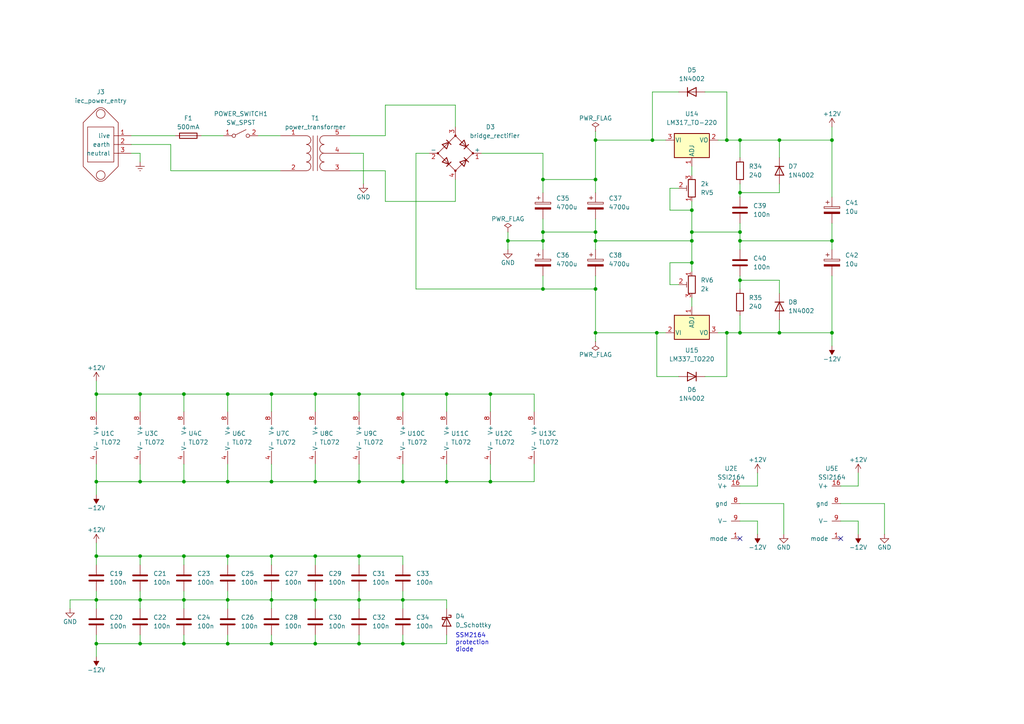
<source format=kicad_sch>
(kicad_sch (version 20211123) (generator eeschema)
  (paper "A4")
  (title_block (title "A.P. Joystick VCF pedal") (date "2022-01-14") (rev "0") (comment 2 "creativecommons.org/licenses/by/4.0") (comment 3 "License: CC by 4.0") (comment 4 "Author: Jordan Aceto"))
  (lib_symbols
    (symbol "Amplifier_Operational:TL072" (pin_names (offset 0.127))
      (property "Reference" "U" (at 0 5.08 0))
      (property "Value" "TL072" (at 0 -5.08 0))
      (symbol "TL072_1_1"
        (polyline (pts (xy -5.08 5.08) (xy 5.08 0) (xy -5.08 -5.08) (xy -5.08 5.08)) (stroke (width 0.254)) (fill (type background)))
        (pin output line (at 7.62 0 180) (length 2.54) (name "~") (number "1"))
        (pin input line (at -7.62 -2.54 0) (length 2.54) (name "-") (number "2"))
        (pin input line (at -7.62 2.54 0) (length 2.54) (name "+") (number "3"))
      )
      (symbol "TL072_2_1"
        (polyline (pts (xy -5.08 5.08) (xy 5.08 0) (xy -5.08 -5.08) (xy -5.08 5.08)) (stroke (width 0.254)) (fill (type background)))
        (pin input line (at -7.62 2.54 0) (length 2.54) (name "+") (number "5"))
        (pin input line (at -7.62 -2.54 0) (length 2.54) (name "-") (number "6"))
        (pin output line (at 7.62 0 180) (length 2.54) (name "~") (number "7"))
      )
      (symbol "TL072_3_1"
        (pin power_in line (at -2.54 -7.62 90) (length 3.81) (name "V-") (number "4"))
        (pin power_in line (at -2.54 7.62 270) (length 3.81) (name "V+") (number "8"))
      )
    )
    (symbol "Device:C" (pin_numbers hide) (pin_names (offset 0.254))
      (property "Reference" "C" (at 0.635 2.54 0))
      (property "Value" "C" (at 0.635 -2.54 0))
      (symbol "C_0_1"
        (polyline (pts (xy -2.032 -0.762) (xy 2.032 -0.762)) (stroke (width 0.508)))
        (polyline (pts (xy -2.032 0.762) (xy 2.032 0.762)) (stroke (width 0.508)))
      )
      (symbol "C_1_1"
        (pin passive line (at 0 3.81 270) (length 2.794) (name "~") (number "1"))
        (pin passive line (at 0 -3.81 90) (length 2.794) (name "~") (number "2"))
      )
    )
    (symbol "Device:C_Polarized" (pin_numbers hide) (pin_names (offset 0.254))
      (property "Reference" "C" (at 0.635 2.54 0))
      (property "Value" "C_Polarized" (at 0.635 -2.54 0))
      (symbol "C_Polarized_0_1"
        (rectangle (start -2.286 0.508) (end 2.286 1.016))
        (polyline (pts (xy -1.778 2.286) (xy -0.762 2.286)))
        (polyline (pts (xy -1.27 2.794) (xy -1.27 1.778)))
        (rectangle (start 2.286 -0.508) (end -2.286 -1.016) (fill (type outline)))
      )
      (symbol "C_Polarized_1_1"
        (pin passive line (at 0 3.81 270) (length 2.794) (name "~") (number "1"))
        (pin passive line (at 0 -3.81 90) (length 2.794) (name "~") (number "2"))
      )
    )
    (symbol "Device:D_Bridge_+-AA" (pin_names (offset 0))
      (property "Reference" "D" (at 2.54 6.985 0))
      (property "Value" "D_Bridge_+-AA" (at 2.54 5.08 0))
      (symbol "D_Bridge_+-AA_0_1"
        (circle (center -5.08 0) (radius 0.254) (fill (type outline)))
        (circle (center 0 -5.08) (radius 0.254) (fill (type outline)))
        (polyline (pts (xy -2.54 3.81) (xy -1.27 2.54)) (stroke (width 0.254)))
        (polyline (pts (xy -1.27 -2.54) (xy -2.54 -3.81)) (stroke (width 0.254)))
        (polyline (pts (xy 2.54 -1.27) (xy 3.81 -2.54)) (stroke (width 0.254)))
        (polyline (pts (xy 2.54 1.27) (xy 3.81 2.54)) (stroke (width 0.254)))
        (polyline (pts (xy -3.81 2.54) (xy -2.54 1.27) (xy -1.905 3.175) (xy -3.81 2.54)) (stroke (width 0.254)))
        (polyline (pts (xy -2.54 -1.27) (xy -3.81 -2.54) (xy -1.905 -3.175) (xy -2.54 -1.27)) (stroke (width 0.254)))
        (polyline (pts (xy 1.27 2.54) (xy 2.54 3.81) (xy 3.175 1.905) (xy 1.27 2.54)) (stroke (width 0.254)))
        (polyline (pts (xy 3.175 -1.905) (xy 1.27 -2.54) (xy 2.54 -3.81) (xy 3.175 -1.905)) (stroke (width 0.254)))
        (polyline (pts (xy -5.08 0) (xy 0 -5.08) (xy 5.08 0) (xy 0 5.08) (xy -5.08 0)))
        (circle (center 0 5.08) (radius 0.254) (fill (type outline)))
        (circle (center 5.08 0) (radius 0.254) (fill (type outline)))
      )
      (symbol "D_Bridge_+-AA_1_1"
        (pin passive line (at 7.62 0 180) (length 2.54) (name "+") (number "1"))
        (pin passive line (at -7.62 0 0) (length 2.54) (name "-") (number "2"))
        (pin passive line (at 0 7.62 270) (length 2.54) (name "~") (number "3"))
        (pin passive line (at 0 -7.62 90) (length 2.54) (name "~") (number "4"))
      )
    )
    (symbol "Device:D_Schottky" (pin_numbers hide) (pin_names (offset 1.016) hide)
      (property "Reference" "D" (at 0 2.54 0))
      (property "Value" "D_Schottky" (at 0 -2.54 0))
      (symbol "D_Schottky_0_1"
        (polyline (pts (xy 1.27 0) (xy -1.27 0)))
        (polyline (pts (xy 1.27 1.27) (xy 1.27 -1.27) (xy -1.27 0) (xy 1.27 1.27)) (stroke (width 0.254)))
        (polyline (pts (xy -1.905 0.635) (xy -1.905 1.27) (xy -1.27 1.27) (xy -1.27 -1.27) (xy -0.635 -1.27) (xy -0.635 -0.635)) (stroke (width 0.254)))
      )
      (symbol "D_Schottky_1_1"
        (pin passive line (at -3.81 0 0) (length 2.54) (name "K") (number "1"))
        (pin passive line (at 3.81 0 180) (length 2.54) (name "A") (number "2"))
      )
    )
    (symbol "Device:Fuse" (pin_numbers hide) (pin_names (offset 0))
      (property "Reference" "F" (at 2.032 0 90))
      (property "Value" "Fuse" (at -1.905 0 90))
      (symbol "Fuse_0_1"
        (rectangle (start -0.762 -2.54) (end 0.762 2.54) (stroke (width 0.254)))
        (polyline (pts (xy 0 2.54) (xy 0 -2.54)))
      )
      (symbol "Fuse_1_1"
        (pin passive line (at 0 3.81 270) (length 1.27) (name "~") (number "1"))
        (pin passive line (at 0 -3.81 90) (length 1.27) (name "~") (number "2"))
      )
    )
    (symbol "Device:R" (pin_numbers hide) (pin_names (offset 0))
      (property "Reference" "R" (at 2.032 0 90))
      (property "Value" "R" (at 0 0 90))
      (symbol "R_0_1"
        (rectangle (start -1.016 -2.54) (end 1.016 2.54) (stroke (width 0.254)))
      )
      (symbol "R_1_1"
        (pin passive line (at 0 3.81 270) (length 1.27) (name "~") (number "1"))
        (pin passive line (at 0 -3.81 90) (length 1.27) (name "~") (number "2"))
      )
    )
    (symbol "Device:R_Potentiometer_Trim" (pin_names (offset 1.016) hide)
      (property "Reference" "RV" (at -4.445 0 90))
      (property "Value" "R_Potentiometer_Trim" (at -2.54 0 90))
      (symbol "R_Potentiometer_Trim_0_1"
        (polyline (pts (xy 1.524 0.762) (xy 1.524 -0.762)))
        (polyline (pts (xy 2.54 0) (xy 1.524 0)))
        (rectangle (start 1.016 2.54) (end -1.016 -2.54) (stroke (width 0.254)))
      )
      (symbol "R_Potentiometer_Trim_1_1"
        (pin passive line (at 0 3.81 270) (length 1.27) (name "1") (number "1"))
        (pin passive line (at 3.81 0 180) (length 1.27) (name "2") (number "2"))
        (pin passive line (at 0 -3.81 90) (length 1.27) (name "3") (number "3"))
      )
    )
    (symbol "Device:Transformer_1P_SS" (pin_names (offset 1.016) hide)
      (property "Reference" "T" (at 0 6.35 0))
      (property "Value" "Transformer_1P_SS" (at 0 -7.62 0))
      (symbol "Transformer_1P_SS_0_1"
        (arc (start -2.54 -5.0546) (mid -1.6561 -4.6863) (end -1.27 -3.81))
        (arc (start -2.54 -2.5146) (mid -1.6561 -2.1463) (end -1.27 -1.27))
        (arc (start -2.54 0.0254) (mid -1.6561 0.3937) (end -1.27 1.27))
        (arc (start -2.54 2.5654) (mid -1.6561 2.9337) (end -1.27 3.81))
        (arc (start -1.27 -3.81) (mid -1.642 -2.912) (end -2.54 -2.54))
        (arc (start -1.27 -1.27) (mid -1.642 -0.372) (end -2.54 0))
        (arc (start -1.27 1.27) (mid -1.642 2.168) (end -2.54 2.54))
        (arc (start -1.27 3.81) (mid -1.642 4.708) (end -2.54 5.08))
        (polyline (pts (xy -0.635 5.08) (xy -0.635 -5.08)))
        (polyline (pts (xy 0.635 -5.08) (xy 0.635 5.08)))
        (arc (start 1.2954 -1.27) (mid 1.6599 -2.1501) (end 2.54 -2.5146))
        (arc (start 1.2954 1.27) (mid 1.6599 0.3899) (end 2.54 0.0254))
        (arc (start 1.2954 3.81) (mid 1.6599 2.9299) (end 2.54 2.5654))
        (arc (start 1.3208 -3.81) (mid 1.6853 -4.6901) (end 2.5654 -5.0546))
        (arc (start 2.54 0) (mid 1.6456 -0.3683) (end 1.2954 -1.27))
        (arc (start 2.54 2.54) (mid 1.6456 2.1717) (end 1.2954 1.27))
        (arc (start 2.54 5.08) (mid 1.6456 4.7117) (end 1.2954 3.81))
        (arc (start 2.5654 -2.54) (mid 1.671 -2.9083) (end 1.3208 -3.81))
      )
      (symbol "Transformer_1P_SS_1_1"
        (pin passive line (at -10.16 5.08 0) (length 7.62) (name "AA") (number "1"))
        (pin passive line (at -10.16 -5.08 0) (length 7.62) (name "AB") (number "2"))
        (pin passive line (at 10.16 -5.08 180) (length 7.62) (name "SA") (number "3"))
        (pin passive line (at 10.16 0 180) (length 7.62) (name "SC") (number "4"))
        (pin passive line (at 10.16 5.08 180) (length 7.62) (name "SB") (number "5"))
      )
    )
    (symbol "Diode:1N4002" (pin_numbers hide) (pin_names (offset 1.016) hide)
      (property "Reference" "D" (at 0 2.54 0))
      (property "Value" "1N4002" (at 0 -2.54 0))
      (symbol "1N4002_0_1"
        (polyline (pts (xy -1.27 1.27) (xy -1.27 -1.27)) (stroke (width 0.254)))
        (polyline (pts (xy 1.27 0) (xy -1.27 0)))
        (polyline (pts (xy 1.27 1.27) (xy 1.27 -1.27) (xy -1.27 0) (xy 1.27 1.27)) (stroke (width 0.254)))
      )
      (symbol "1N4002_1_1"
        (pin passive line (at -3.81 0 0) (length 2.54) (name "K") (number "1"))
        (pin passive line (at 3.81 0 180) (length 2.54) (name "A") (number "2"))
      )
    )
    (symbol "Regulator_Linear:LM317_TO-220" (pin_names (offset 0.254))
      (property "Reference" "U" (at -3.81 3.175 0))
      (property "Value" "LM317_TO-220" (at 0 3.175 0))
      (symbol "LM317_TO-220_0_1"
        (rectangle (start -5.08 1.905) (end 5.08 -5.08) (stroke (width 0.254)) (fill (type background)))
      )
      (symbol "LM317_TO-220_1_1"
        (pin input line (at 0 -7.62 90) (length 2.54) (name "ADJ") (number "1"))
        (pin power_out line (at 7.62 0 180) (length 2.54) (name "VO") (number "2"))
        (pin power_in line (at -7.62 0 0) (length 2.54) (name "VI") (number "3"))
      )
    )
    (symbol "Regulator_Linear:LM337_TO220" (pin_names (offset 0.254))
      (property "Reference" "U" (at -3.81 -3.175 0))
      (property "Value" "LM337_TO220" (at 0 -3.175 0))
      (symbol "LM337_TO220_0_1"
        (rectangle (start -5.08 5.08) (end 5.08 -1.905) (stroke (width 0.254)) (fill (type background)))
      )
      (symbol "LM337_TO220_1_1"
        (pin input line (at 0 7.62 270) (length 2.54) (name "ADJ") (number "1"))
        (pin power_in line (at -7.62 0 0) (length 2.54) (name "VI") (number "2"))
        (pin power_out line (at 7.62 0 180) (length 2.54) (name "VO") (number "3"))
      )
    )
    (symbol "Switch:SW_SPST" (pin_names (offset 0) hide)
      (property "Reference" "SW" (at 0 3.175 0))
      (property "Value" "SW_SPST" (at 0 -2.54 0))
      (symbol "SW_SPST_0_0"
        (circle (center -2.032 0) (radius 0.508))
        (polyline (pts (xy -1.524 0.254) (xy 1.524 1.778)))
        (circle (center 2.032 0) (radius 0.508))
      )
      (symbol "SW_SPST_1_1"
        (pin passive line (at -5.08 0 0) (length 2.54) (name "A") (number "1"))
        (pin passive line (at 5.08 0 180) (length 2.54) (name "B") (number "2"))
      )
    )
    (symbol "custom_symbols:SSI2164" (pin_names (offset 1.016))
      (property "Reference" "U" (at 0 -12.7 0))
      (property "Value" "SSI2164" (at 0 7.62 0))
      (symbol "SSI2164_1_1"
        (rectangle (start -5.08 5.08) (end 5.08 -5.08) (fill (type background)))
        (polyline (pts (xy 5.08 5.08) (xy -5.08 -5.08)))
        (polyline (pts (xy 5.08 5.08) (xy 10.16 0) (xy 5.08 -5.08) (xy -5.08 5.08)) (fill (type background)))
        (pin input line (at -7.62 0 0) (length 2.54) (name "~") (number "2"))
        (pin input line (at 0 -7.62 90) (length 2.54) (name "~") (number "3"))
        (pin output line (at 12.7 0 180) (length 2.54) (name "~") (number "4"))
      )
      (symbol "SSI2164_2_1"
        (rectangle (start -5.08 5.08) (end 5.08 -5.08) (fill (type background)))
        (polyline (pts (xy 5.08 5.08) (xy -5.08 -5.08)))
        (polyline (pts (xy 5.08 5.08) (xy 10.16 0) (xy 5.08 -5.08) (xy -5.08 5.08)) (fill (type background)))
        (pin output line (at 12.7 0 180) (length 2.54) (name "~") (number "5"))
        (pin input line (at 0 -7.62 90) (length 2.54) (name "~") (number "6"))
        (pin input line (at -7.62 0 0) (length 2.54) (name "~") (number "7"))
      )
      (symbol "SSI2164_3_1"
        (rectangle (start -5.08 5.08) (end 5.08 -5.08) (fill (type background)))
        (polyline (pts (xy 5.08 5.08) (xy -5.08 -5.08)))
        (polyline (pts (xy 5.08 5.08) (xy 10.16 0) (xy 5.08 -5.08) (xy -5.08 5.08)) (fill (type background)))
        (pin input line (at -7.62 0 0) (length 2.54) (name "~") (number "10"))
        (pin input line (at 0 -7.62 90) (length 2.54) (name "~") (number "11"))
        (pin output line (at 12.7 0 180) (length 2.54) (name "~") (number "12"))
      )
      (symbol "SSI2164_4_1"
        (rectangle (start -5.08 5.08) (end 5.08 -5.08) (fill (type background)))
        (polyline (pts (xy 5.08 5.08) (xy -5.08 -5.08)))
        (polyline (pts (xy 5.08 5.08) (xy 10.16 0) (xy 5.08 -5.08) (xy -5.08 5.08)) (fill (type background)))
        (pin output line (at 12.7 0 180) (length 2.54) (name "~") (number "13"))
        (pin input line (at 0 -7.62 90) (length 2.54) (name "~") (number "14"))
        (pin input line (at -7.62 0 0) (length 2.54) (name "~") (number "15"))
      )
      (symbol "SSI2164_5_1"
        (pin input line (at 2.54 -10.16 180) (length 2.54) (name "mode") (number "1"))
        (pin power_in line (at 2.54 5.08 180) (length 2.54) (name "V+") (number "16"))
        (pin power_in line (at 2.54 0 180) (length 2.54) (name "gnd") (number "8"))
        (pin power_in line (at 2.54 -5.08 180) (length 2.54) (name "V-") (number "9"))
      )
    )
    (symbol "custom_symbols:iec_power_entry" (pin_names (offset 1.016))
      (property "Reference" "J" (at 0 7.62 0))
      (property "Value" "iec_power_entry" (at 0 6.35 0))
      (symbol "iec_power_entry_0_1"
        (arc (start -10.16 1.27) (mid -10.6861 0) (end -10.16 -1.27))
        (circle (center -8.89 0) (radius 1.27))
        (polyline (pts (xy -6.35 -5.08) (xy -10.16 -1.27)))
        (polyline (pts (xy -6.35 5.08) (xy -10.16 1.27)))
        (polyline (pts (xy -6.35 -5.08) (xy 6.35 -5.08) (xy 10.16 -1.27)))
        (polyline (pts (xy -6.35 5.08) (xy 6.35 5.08) (xy 10.16 1.27)))
        (rectangle (start 5.08 3.81) (end -5.08 -3.81))
        (circle (center 8.89 0) (radius 1.27))
        (arc (start 10.16 -1.27) (mid 10.6861 0) (end 10.16 1.27))
      )
      (symbol "iec_power_entry_1_1"
        (pin power_out line (at -2.54 -8.89 90) (length 5.08) (name "live") (number "1"))
        (pin power_out line (at 0 -8.89 90) (length 5.08) (name "earth") (number "2"))
        (pin power_out line (at 2.54 -8.89 90) (length 5.08) (name "neutral") (number "3"))
      )
    )
    (symbol "power:+12V" (power) (pin_names (offset 0))
      (property "Value" "+12V" (at 0 3.556 0))
      (symbol "+12V_0_1"
        (polyline (pts (xy -0.762 1.27) (xy 0 2.54)))
        (polyline (pts (xy 0 0) (xy 0 2.54)))
        (polyline (pts (xy 0 2.54) (xy 0.762 1.27)))
      )
      (symbol "+12V_1_1"
        (pin power_in line (at 0 0 90) (length 0) hide (name "+12V") (number "1"))
      )
    )
    (symbol "power:-12V" (power) (pin_names (offset 0))
      (property "Value" "-12V" (at 0 3.81 0))
      (symbol "-12V_0_0"
        (pin power_in line (at 0 0 90) (length 0) hide (name "-12V") (number "1"))
      )
      (symbol "-12V_0_1"
        (polyline (pts (xy 0 0) (xy 0 1.27) (xy 0.762 1.27) (xy 0 2.54) (xy -0.762 1.27) (xy 0 1.27)) (fill (type outline)))
      )
    )
    (symbol "power:Earth" (power) (pin_names (offset 0))
      (symbol "Earth_0_1"
        (polyline (pts (xy -0.635 -1.905) (xy 0.635 -1.905)))
        (polyline (pts (xy -0.127 -2.54) (xy 0.127 -2.54)))
        (polyline (pts (xy 0 -1.27) (xy 0 0)))
        (polyline (pts (xy 1.27 -1.27) (xy -1.27 -1.27)))
      )
      (symbol "Earth_1_1"
        (pin power_in line (at 0 0 270) (length 0) hide (name "Earth") (number "1"))
      )
    )
    (symbol "power:GND" (power) (pin_names (offset 0))
      (property "Value" "GND" (at 0 -3.81 0))
      (symbol "GND_0_1"
        (polyline (pts (xy 0 0) (xy 0 -1.27) (xy 1.27 -1.27) (xy 0 -2.54) (xy -1.27 -1.27) (xy 0 -1.27)))
      )
      (symbol "GND_1_1"
        (pin power_in line (at 0 0 270) (length 0) hide (name "GND") (number "1"))
      )
    )
    (symbol "power:PWR_FLAG" (power) (pin_numbers hide) (pin_names (offset 0) hide)
      (property "Value" "PWR_FLAG" (at 0 3.81 0))
      (symbol "PWR_FLAG_0_0"
        (pin power_out line (at 0 0 90) (length 0) (name "pwr") (number "1"))
      )
      (symbol "PWR_FLAG_0_1"
        (polyline (pts (xy 0 0) (xy 0 1.27) (xy -1.016 1.905) (xy 0 2.54) (xy 1.016 1.905) (xy 0 1.27)))
      )
    )
  )
  (junction (at 27.94 139.7))
  (junction (at 104.14 173.99))
  (junction (at 53.34 114.3))
  (junction (at 27.94 161.29))
  (junction (at 27.94 186.69))
  (junction (at 104.14 186.69))
  (junction (at 172.72 67.31))
  (junction (at 214.63 81.28))
  (junction (at 214.63 40.64))
  (junction (at 157.48 69.85))
  (junction (at 78.74 139.7))
  (junction (at 210.82 96.52))
  (junction (at 91.44 139.7))
  (junction (at 226.06 96.52))
  (junction (at 142.24 139.7))
  (junction (at 40.64 114.3))
  (junction (at 53.34 173.99))
  (junction (at 129.54 139.7))
  (junction (at 116.84 114.3))
  (junction (at 200.66 76.2))
  (junction (at 66.04 114.3))
  (junction (at 116.84 186.69))
  (junction (at 91.44 114.3))
  (junction (at 200.66 69.85))
  (junction (at 91.44 186.69))
  (junction (at 172.72 69.85))
  (junction (at 214.63 55.88))
  (junction (at 157.48 83.82))
  (junction (at 157.48 52.07))
  (junction (at 78.74 114.3))
  (junction (at 27.94 114.3))
  (junction (at 78.74 173.99))
  (junction (at 172.72 40.64))
  (junction (at 116.84 139.7))
  (junction (at 91.44 173.99))
  (junction (at 40.64 161.29))
  (junction (at 91.44 161.29))
  (junction (at 172.72 96.52))
  (junction (at 200.66 67.31))
  (junction (at 78.74 161.29))
  (junction (at 116.84 173.99))
  (junction (at 189.23 40.64))
  (junction (at 200.66 60.96))
  (junction (at 241.3 40.64))
  (junction (at 66.04 173.99))
  (junction (at 104.14 161.29))
  (junction (at 66.04 186.69))
  (junction (at 53.34 186.69))
  (junction (at 147.32 69.85))
  (junction (at 226.06 40.64))
  (junction (at 241.3 96.52))
  (junction (at 104.14 114.3))
  (junction (at 210.82 40.64))
  (junction (at 129.54 114.3))
  (junction (at 172.72 52.07))
  (junction (at 157.48 67.31))
  (junction (at 214.63 96.52))
  (junction (at 241.3 69.85))
  (junction (at 104.14 139.7))
  (junction (at 40.64 173.99))
  (junction (at 27.94 173.99))
  (junction (at 53.34 139.7))
  (junction (at 53.34 161.29))
  (junction (at 66.04 161.29))
  (junction (at 172.72 83.82))
  (junction (at 214.63 69.85))
  (junction (at 214.63 67.31))
  (junction (at 190.5 96.52))
  (junction (at 66.04 139.7))
  (junction (at 40.64 186.69))
  (junction (at 78.74 186.69))
  (junction (at 142.24 114.3))
  (junction (at 40.64 139.7))
  (no_connect (at 214.63 156.21))
  (no_connect (at 243.84 156.21))
  (wire (pts (xy 172.72 99.06) (xy 172.72 96.52)))
  (wire (pts (xy 40.64 173.99) (xy 27.94 173.99)))
  (wire (pts (xy 226.06 92.71) (xy 226.06 96.52)))
  (wire (pts (xy 104.14 114.3) (xy 91.44 114.3)))
  (wire (pts (xy 111.76 30.48) (xy 111.76 39.37)))
  (wire (pts (xy 194.31 60.96) (xy 200.66 60.96)))
  (wire (pts (xy 196.85 109.22) (xy 190.5 109.22)))
  (wire (pts (xy 66.04 186.69) (xy 66.04 184.15)))
  (wire (pts (xy 129.54 139.7) (xy 129.54 134.62)))
  (wire (pts (xy 157.48 67.31) (xy 172.72 67.31)))
  (wire (pts (xy 78.74 161.29) (xy 66.04 161.29)))
  (wire (pts (xy 256.54 146.05) (xy 256.54 154.94)))
  (wire (pts (xy 40.64 173.99) (xy 40.64 176.53)))
  (wire (pts (xy 91.44 161.29) (xy 78.74 161.29)))
  (wire (pts (xy 111.76 58.42) (xy 132.08 58.42)))
  (wire (pts (xy 214.63 40.64) (xy 214.63 45.72)))
  (wire (pts (xy 104.14 173.99) (xy 91.44 173.99)))
  (wire (pts (xy 190.5 96.52) (xy 193.04 96.52)))
  (wire (pts (xy 172.72 67.31) (xy 172.72 69.85)))
  (wire (pts (xy 53.34 139.7) (xy 53.34 134.62)))
  (wire (pts (xy 226.06 55.88) (xy 226.06 53.34)))
  (wire (pts (xy 104.14 114.3) (xy 104.14 119.38)))
  (wire (pts (xy 172.72 38.1) (xy 172.72 40.64)))
  (wire (pts (xy 78.74 139.7) (xy 66.04 139.7)))
  (wire (pts (xy 129.54 139.7) (xy 142.24 139.7)))
  (wire (pts (xy 132.08 58.42) (xy 132.08 52.07)))
  (wire (pts (xy 27.94 173.99) (xy 27.94 176.53)))
  (wire (pts (xy 27.94 134.62) (xy 27.94 139.7)))
  (wire (pts (xy 27.94 139.7) (xy 27.94 143.51)))
  (wire (pts (xy 27.94 186.69) (xy 27.94 190.5)))
  (wire (pts (xy 78.74 114.3) (xy 66.04 114.3)))
  (wire (pts (xy 78.74 173.99) (xy 66.04 173.99)))
  (wire (pts (xy 157.48 83.82) (xy 172.72 83.82)))
  (wire (pts (xy 172.72 40.64) (xy 189.23 40.64)))
  (wire (pts (xy 53.34 186.69) (xy 53.34 184.15)))
  (wire (pts (xy 66.04 173.99) (xy 66.04 176.53)))
  (wire (pts (xy 157.48 52.07) (xy 172.72 52.07)))
  (wire (pts (xy 214.63 53.34) (xy 214.63 55.88)))
  (wire (pts (xy 157.48 52.07) (xy 157.48 55.88)))
  (wire (pts (xy 189.23 26.67) (xy 196.85 26.67)))
  (wire (pts (xy 129.54 186.69) (xy 116.84 186.69)))
  (wire (pts (xy 200.66 67.31) (xy 200.66 69.85)))
  (wire (pts (xy 78.74 171.45) (xy 78.74 173.99)))
  (wire (pts (xy 58.42 39.37) (xy 64.77 39.37)))
  (wire (pts (xy 40.64 46.99) (xy 40.64 44.45)))
  (wire (pts (xy 27.94 184.15) (xy 27.94 186.69)))
  (wire (pts (xy 214.63 81.28) (xy 226.06 81.28)))
  (wire (pts (xy 210.82 26.67) (xy 204.47 26.67)))
  (wire (pts (xy 172.72 52.07) (xy 172.72 40.64)))
  (wire (pts (xy 40.64 114.3) (xy 27.94 114.3)))
  (wire (pts (xy 116.84 119.38) (xy 116.84 114.3)))
  (wire (pts (xy 20.32 173.99) (xy 27.94 173.99)))
  (wire (pts (xy 40.64 161.29) (xy 27.94 161.29)))
  (wire (pts (xy 214.63 80.01) (xy 214.63 81.28)))
  (wire (pts (xy 91.44 114.3) (xy 78.74 114.3)))
  (wire (pts (xy 104.14 139.7) (xy 104.14 134.62)))
  (wire (pts (xy 78.74 186.69) (xy 91.44 186.69)))
  (wire (pts (xy 104.14 161.29) (xy 91.44 161.29)))
  (wire (pts (xy 40.64 139.7) (xy 27.94 139.7)))
  (wire (pts (xy 111.76 39.37) (xy 101.6 39.37)))
  (wire (pts (xy 66.04 114.3) (xy 66.04 119.38)))
  (wire (pts (xy 53.34 161.29) (xy 53.34 163.83)))
  (wire (pts (xy 189.23 40.64) (xy 189.23 26.67)))
  (wire (pts (xy 27.94 110.49) (xy 27.94 114.3)))
  (wire (pts (xy 129.54 114.3) (xy 142.24 114.3)))
  (wire (pts (xy 49.53 41.91) (xy 38.1 41.91)))
  (wire (pts (xy 91.44 186.69) (xy 91.44 184.15)))
  (wire (pts (xy 142.24 139.7) (xy 154.94 139.7)))
  (wire (pts (xy 91.44 173.99) (xy 91.44 176.53)))
  (wire (pts (xy 91.44 139.7) (xy 91.44 134.62)))
  (wire (pts (xy 104.14 139.7) (xy 116.84 139.7)))
  (wire (pts (xy 66.04 186.69) (xy 78.74 186.69)))
  (wire (pts (xy 78.74 186.69) (xy 78.74 184.15)))
  (wire (pts (xy 27.94 186.69) (xy 40.64 186.69)))
  (wire (pts (xy 243.84 151.13) (xy 248.92 151.13)))
  (wire (pts (xy 172.72 83.82) (xy 172.72 80.01)))
  (wire (pts (xy 214.63 64.77) (xy 214.63 67.31)))
  (wire (pts (xy 91.44 173.99) (xy 78.74 173.99)))
  (wire (pts (xy 104.14 186.69) (xy 116.84 186.69)))
  (wire (pts (xy 214.63 96.52) (xy 214.63 91.44)))
  (wire (pts (xy 78.74 139.7) (xy 91.44 139.7)))
  (wire (pts (xy 104.14 186.69) (xy 104.14 184.15)))
  (wire (pts (xy 256.54 146.05) (xy 243.84 146.05)))
  (wire (pts (xy 40.64 139.7) (xy 40.64 134.62)))
  (wire (pts (xy 66.04 134.62) (xy 66.04 139.7)))
  (wire (pts (xy 116.84 139.7) (xy 116.84 134.62)))
  (wire (pts (xy 172.72 96.52) (xy 190.5 96.52)))
  (wire (pts (xy 53.34 186.69) (xy 66.04 186.69)))
  (wire (pts (xy 78.74 114.3) (xy 78.74 119.38)))
  (wire (pts (xy 53.34 114.3) (xy 53.34 119.38)))
  (wire (pts (xy 200.66 58.42) (xy 200.66 60.96)))
  (wire (pts (xy 40.64 171.45) (xy 40.64 173.99)))
  (wire (pts (xy 81.28 49.53) (xy 49.53 49.53)))
  (wire (pts (xy 226.06 81.28) (xy 226.06 85.09)))
  (wire (pts (xy 214.63 55.88) (xy 214.63 57.15)))
  (wire (pts (xy 66.04 173.99) (xy 53.34 173.99)))
  (wire (pts (xy 53.34 114.3) (xy 40.64 114.3)))
  (wire (pts (xy 200.66 67.31) (xy 214.63 67.31)))
  (wire (pts (xy 116.84 171.45) (xy 116.84 173.99)))
  (wire (pts (xy 91.44 139.7) (xy 104.14 139.7)))
  (wire (pts (xy 120.65 44.45) (xy 124.46 44.45)))
  (wire (pts (xy 53.34 173.99) (xy 40.64 173.99)))
  (wire (pts (xy 214.63 140.97) (xy 219.71 140.97)))
  (wire (pts (xy 241.3 57.15) (xy 241.3 40.64)))
  (wire (pts (xy 226.06 96.52) (xy 241.3 96.52)))
  (wire (pts (xy 214.63 96.52) (xy 226.06 96.52)))
  (wire (pts (xy 91.44 171.45) (xy 91.44 173.99)))
  (wire (pts (xy 190.5 109.22) (xy 190.5 96.52)))
  (wire (pts (xy 91.44 186.69) (xy 104.14 186.69)))
  (wire (pts (xy 105.41 53.34) (xy 105.41 44.45)))
  (wire (pts (xy 214.63 55.88) (xy 226.06 55.88)))
  (wire (pts (xy 129.54 184.15) (xy 129.54 186.69)))
  (wire (pts (xy 116.84 161.29) (xy 104.14 161.29)))
  (wire (pts (xy 27.94 161.29) (xy 27.94 163.83)))
  (wire (pts (xy 111.76 49.53) (xy 111.76 58.42)))
  (wire (pts (xy 40.64 161.29) (xy 40.64 163.83)))
  (wire (pts (xy 208.28 96.52) (xy 210.82 96.52)))
  (wire (pts (xy 147.32 69.85) (xy 157.48 69.85)))
  (wire (pts (xy 53.34 161.29) (xy 40.64 161.29)))
  (wire (pts (xy 172.72 69.85) (xy 172.72 72.39)))
  (wire (pts (xy 194.31 76.2) (xy 200.66 76.2)))
  (wire (pts (xy 66.04 171.45) (xy 66.04 173.99)))
  (wire (pts (xy 241.3 96.52) (xy 241.3 80.01)))
  (wire (pts (xy 116.84 114.3) (xy 129.54 114.3)))
  (wire (pts (xy 172.72 55.88) (xy 172.72 52.07)))
  (wire (pts (xy 142.24 114.3) (xy 142.24 119.38)))
  (wire (pts (xy 210.82 96.52) (xy 214.63 96.52)))
  (wire (pts (xy 200.66 48.26) (xy 200.66 50.8)))
  (wire (pts (xy 241.3 36.83) (xy 241.3 40.64)))
  (wire (pts (xy 214.63 40.64) (xy 226.06 40.64)))
  (wire (pts (xy 147.32 72.39) (xy 147.32 69.85)))
  (wire (pts (xy 40.64 114.3) (xy 40.64 119.38)))
  (wire (pts (xy 104.14 173.99) (xy 104.14 176.53)))
  (wire (pts (xy 214.63 69.85) (xy 214.63 72.39)))
  (wire (pts (xy 20.32 176.53) (xy 20.32 173.99)))
  (wire (pts (xy 142.24 114.3) (xy 154.94 114.3)))
  (wire (pts (xy 78.74 139.7) (xy 78.74 134.62)))
  (wire (pts (xy 120.65 83.82) (xy 120.65 44.45)))
  (wire (pts (xy 142.24 139.7) (xy 142.24 134.62)))
  (wire (pts (xy 101.6 49.53) (xy 111.76 49.53)))
  (wire (pts (xy 132.08 36.83) (xy 132.08 30.48)))
  (wire (pts (xy 116.84 139.7) (xy 129.54 139.7)))
  (wire (pts (xy 243.84 140.97) (xy 248.92 140.97)))
  (wire (pts (xy 241.3 96.52) (xy 241.3 100.33)))
  (wire (pts (xy 248.92 137.16) (xy 248.92 140.97)))
  (wire (pts (xy 226.06 40.64) (xy 241.3 40.64)))
  (wire (pts (xy 200.66 76.2) (xy 200.66 78.74)))
  (wire (pts (xy 129.54 114.3) (xy 129.54 119.38)))
  (wire (pts (xy 154.94 119.38) (xy 154.94 114.3)))
  (wire (pts (xy 157.48 63.5) (xy 157.48 67.31)))
  (wire (pts (xy 210.82 40.64) (xy 210.82 26.67)))
  (wire (pts (xy 210.82 109.22) (xy 210.82 96.52)))
  (wire (pts (xy 27.94 171.45) (xy 27.94 173.99)))
  (wire (pts (xy 154.94 139.7) (xy 154.94 134.62)))
  (wire (pts (xy 219.71 137.16) (xy 219.71 140.97)))
  (wire (pts (xy 53.34 139.7) (xy 40.64 139.7)))
  (wire (pts (xy 104.14 171.45) (xy 104.14 173.99)))
  (wire (pts (xy 214.63 81.28) (xy 214.63 83.82)))
  (wire (pts (xy 27.94 114.3) (xy 27.94 119.38)))
  (wire (pts (xy 157.48 69.85) (xy 157.48 72.39)))
  (wire (pts (xy 204.47 109.22) (xy 210.82 109.22)))
  (wire (pts (xy 172.72 83.82) (xy 172.72 96.52)))
  (wire (pts (xy 214.63 69.85) (xy 241.3 69.85)))
  (wire (pts (xy 40.64 186.69) (xy 53.34 186.69)))
  (wire (pts (xy 105.41 44.45) (xy 101.6 44.45)))
  (wire (pts (xy 196.85 54.61) (xy 194.31 54.61)))
  (wire (pts (xy 241.3 69.85) (xy 241.3 72.39)))
  (wire (pts (xy 172.72 69.85) (xy 200.66 69.85)))
  (wire (pts (xy 226.06 45.72) (xy 226.06 40.64)))
  (wire (pts (xy 219.71 151.13) (xy 219.71 154.94)))
  (wire (pts (xy 38.1 39.37) (xy 50.8 39.37)))
  (wire (pts (xy 147.32 67.31) (xy 147.32 69.85)))
  (wire (pts (xy 157.48 44.45) (xy 157.48 52.07)))
  (wire (pts (xy 214.63 67.31) (xy 214.63 69.85)))
  (wire (pts (xy 49.53 49.53) (xy 49.53 41.91)))
  (wire (pts (xy 200.66 86.36) (xy 200.66 88.9)))
  (wire (pts (xy 116.84 186.69) (xy 116.84 184.15)))
  (wire (pts (xy 200.66 69.85) (xy 200.66 76.2)))
  (wire (pts (xy 66.04 161.29) (xy 66.04 163.83)))
  (wire (pts (xy 40.64 186.69) (xy 40.64 184.15)))
  (wire (pts (xy 157.48 83.82) (xy 120.65 83.82)))
  (wire (pts (xy 66.04 139.7) (xy 53.34 139.7)))
  (wire (pts (xy 66.04 161.29) (xy 53.34 161.29)))
  (wire (pts (xy 104.14 114.3) (xy 116.84 114.3)))
  (wire (pts (xy 129.54 176.53) (xy 129.54 173.99)))
  (wire (pts (xy 157.48 80.01) (xy 157.48 83.82)))
  (wire (pts (xy 200.66 60.96) (xy 200.66 67.31)))
  (wire (pts (xy 91.44 114.3) (xy 91.44 119.38)))
  (wire (pts (xy 104.14 161.29) (xy 104.14 163.83)))
  (wire (pts (xy 193.04 40.64) (xy 189.23 40.64)))
  (wire (pts (xy 194.31 82.55) (xy 194.31 76.2)))
  (wire (pts (xy 227.33 146.05) (xy 214.63 146.05)))
  (wire (pts (xy 157.48 67.31) (xy 157.48 69.85)))
  (wire (pts (xy 196.85 82.55) (xy 194.31 82.55)))
  (wire (pts (xy 91.44 161.29) (xy 91.44 163.83)))
  (wire (pts (xy 78.74 173.99) (xy 78.74 176.53)))
  (wire (pts (xy 40.64 44.45) (xy 38.1 44.45)))
  (wire (pts (xy 27.94 157.48) (xy 27.94 161.29)))
  (wire (pts (xy 53.34 171.45) (xy 53.34 173.99)))
  (wire (pts (xy 210.82 40.64) (xy 208.28 40.64)))
  (wire (pts (xy 172.72 63.5) (xy 172.72 67.31)))
  (wire (pts (xy 66.04 114.3) (xy 53.34 114.3)))
  (wire (pts (xy 132.08 30.48) (xy 111.76 30.48)))
  (wire (pts (xy 214.63 151.13) (xy 219.71 151.13)))
  (wire (pts (xy 214.63 40.64) (xy 210.82 40.64)))
  (wire (pts (xy 116.84 173.99) (xy 104.14 173.99)))
  (wire (pts (xy 139.7 44.45) (xy 157.48 44.45)))
  (wire (pts (xy 227.33 146.05) (xy 227.33 154.94)))
  (wire (pts (xy 129.54 173.99) (xy 116.84 173.99)))
  (wire (pts (xy 241.3 64.77) (xy 241.3 69.85)))
  (wire (pts (xy 74.93 39.37) (xy 81.28 39.37)))
  (wire (pts (xy 116.84 176.53) (xy 116.84 173.99)))
  (wire (pts (xy 194.31 54.61) (xy 194.31 60.96)))
  (wire (pts (xy 116.84 163.83) (xy 116.84 161.29)))
  (wire (pts (xy 78.74 161.29) (xy 78.74 163.83)))
  (wire (pts (xy 248.92 151.13) (xy 248.92 154.94)))
  (wire (pts (xy 53.34 173.99) (xy 53.34 176.53)))
  (text "SSM2164\nprotection\ndiode" (at 132.08 189.23 0) (effects (font (size 1.27 1.27)) (justify left bottom)))
  (symbol (lib_id "Device:C_Polarized") (at 172.72 76.2 0) (unit 1)
    (property "Reference" "C38" (at 176.53 74.0409 0) (effects (justify left)))
    (property "Value" "4700u" (at 176.53 76.5809 0) (effects (justify left)))
  )
  (symbol (lib_id "Device:C_Polarized") (at 157.48 59.69 0) (unit 1)
    (property "Reference" "C35" (at 161.29 57.5309 0) (effects (justify left)))
    (property "Value" "4700u" (at 161.29 60.0709 0) (effects (justify left)))
  )
  (symbol (lib_id "Device:C_Polarized") (at 157.48 76.2 0) (unit 1)
    (property "Reference" "C36" (at 161.29 74.0409 0) (effects (justify left)))
    (property "Value" "4700u" (at 161.29 76.5809 0) (effects (justify left)))
  )
  (symbol (lib_id "Amplifier_Operational:TL072") (at 93.98 127 0) (unit 3)
    (property "Reference" "U8" (at 92.71 125.7299 0) (effects (justify left)))
    (property "Value" "TL072" (at 92.71 128.2699 0) (effects (justify left)))
    (property "Datasheet" "http://www.ti.com/lit/ds/symlink/tl071.pdf" (effects hide))
  )
  (symbol (lib_id "Amplifier_Operational:TL072") (at 106.68 127 0) (unit 3)
    (property "Reference" "U9" (at 105.41 125.7299 0) (effects (justify left)))
    (property "Value" "TL072" (at 105.41 128.2699 0) (effects (justify left)))
    (property "Datasheet" "http://www.ti.com/lit/ds/symlink/tl071.pdf" (effects hide))
  )
  (symbol (lib_id "Device:C") (at 116.84 180.34 0) (unit 1)
    (property "Reference" "C34" (at 120.65 179.0699 0) (effects (justify left)))
    (property "Value" "100n" (at 120.65 181.6099 0) (effects (justify left)))
  )
  (symbol (lib_id "power:+12V") (at 27.94 110.49 0) (unit 1)
    (property "Reference" "#PWR0102" (effects hide))
    (property "Value" "+12V" (at 27.94 106.68 0))
  )
  (symbol (lib_id "Device:C") (at 53.34 167.64 0) (unit 1)
    (property "Reference" "C23" (at 57.15 166.3699 0) (effects (justify left)))
    (property "Value" "100n" (at 57.15 168.9099 0) (effects (justify left)))
  )
  (symbol (lib_id "Device:C") (at 91.44 180.34 0) (unit 1)
    (property "Reference" "C30" (at 95.25 179.0699 0) (effects (justify left)))
    (property "Value" "100n" (at 95.25 181.6099 0) (effects (justify left)))
  )
  (symbol (lib_id "Amplifier_Operational:TL072") (at 68.58 127 0) (unit 3)
    (property "Reference" "U6" (at 67.31 125.7299 0) (effects (justify left)))
    (property "Value" "TL072" (at 67.31 128.2699 0) (effects (justify left)))
    (property "Datasheet" "http://www.ti.com/lit/ds/symlink/tl071.pdf" (effects hide))
  )
  (symbol (lib_id "Device:C") (at 104.14 167.64 0) (unit 1)
    (property "Reference" "C31" (at 107.95 166.3699 0) (effects (justify left)))
    (property "Value" "100n" (at 107.95 168.9099 0) (effects (justify left)))
  )
  (symbol (lib_id "Device:R") (at 214.63 49.53 0) (unit 1)
    (property "Reference" "R34" (at 217.17 48.2599 0) (effects (justify left)))
    (property "Value" "240" (at 217.17 50.7999 0) (effects (justify left)))
  )
  (symbol (lib_id "Device:C") (at 116.84 167.64 0) (unit 1)
    (property "Reference" "C33" (at 120.65 166.3699 0) (effects (justify left)))
    (property "Value" "100n" (at 120.65 168.9099 0) (effects (justify left)))
  )
  (symbol (lib_id "Device:C") (at 214.63 76.2 0) (unit 1)
    (property "Reference" "C40" (at 218.44 74.9299 0) (effects (justify left)))
    (property "Value" "100n" (at 218.44 77.4699 0) (effects (justify left)))
  )
  (symbol (lib_id "Device:C") (at 40.64 167.64 0) (unit 1)
    (property "Reference" "C21" (at 44.45 166.3699 0) (effects (justify left)))
    (property "Value" "100n" (at 44.45 168.9099 0) (effects (justify left)))
  )
  (symbol (lib_id "Device:C") (at 40.64 180.34 0) (unit 1)
    (property "Reference" "C22" (at 44.45 179.0699 0) (effects (justify left)))
    (property "Value" "100n" (at 44.45 181.6099 0) (effects (justify left)))
  )
  (symbol (lib_id "Amplifier_Operational:TL072") (at 157.48 127 0) (unit 3)
    (property "Reference" "U13" (at 156.21 125.7299 0) (effects (justify left)))
    (property "Value" "TL072" (at 156.21 128.2699 0) (effects (justify left)))
    (property "Datasheet" "http://www.ti.com/lit/ds/symlink/tl071.pdf" (effects hide))
  )
  (symbol (lib_id "power:PWR_FLAG") (at 172.72 38.1 0) (unit 1)
    (property "Reference" "#FLG02" (effects hide))
    (property "Value" "PWR_FLAG" (at 172.72 34.29 0))
  )
  (symbol (lib_id "power:PWR_FLAG") (at 172.72 99.06 180) (unit 1)
    (property "Reference" "#FLG03" (effects hide))
    (property "Value" "PWR_FLAG" (at 172.72 102.87 0))
  )
  (symbol (lib_id "Device:D_Bridge_+-AA") (at 132.08 44.45 0) (unit 1)
    (property "Reference" "D3" (at 142.24 36.83 0))
    (property "Value" "bridge_rectifier" (at 143.51 39.37 0))
  )
  (symbol (lib_id "Device:C_Polarized") (at 172.72 59.69 0) (unit 1)
    (property "Reference" "C37" (at 176.53 57.5309 0) (effects (justify left)))
    (property "Value" "4700u" (at 176.53 60.0709 0) (effects (justify left)))
  )
  (symbol (lib_id "Device:R") (at 214.63 87.63 0) (unit 1)
    (property "Reference" "R35" (at 217.17 86.3599 0) (effects (justify left)))
    (property "Value" "240" (at 217.17 88.8999 0) (effects (justify left)))
  )
  (symbol (lib_id "Device:C") (at 66.04 167.64 0) (unit 1)
    (property "Reference" "C25" (at 69.85 166.3699 0) (effects (justify left)))
    (property "Value" "100n" (at 69.85 168.9099 0) (effects (justify left)))
  )
  (symbol (lib_id "power:GND") (at 20.32 176.53 0) (unit 1)
    (property "Reference" "#PWR028" (effects hide))
    (property "Value" "GND" (at 20.32 180.34 0))
  )
  (symbol (lib_id "Device:C") (at 27.94 180.34 0) (unit 1)
    (property "Reference" "C20" (at 31.75 179.0699 0) (effects (justify left)))
    (property "Value" "100n" (at 31.75 181.6099 0) (effects (justify left)))
  )
  (symbol (lib_id "Switch:SW_SPST") (at 69.85 39.37 0) (unit 1)
    (property "Reference" "POWER_SWITCH1" (at 69.85 33.02 0))
    (property "Value" "SW_SPST" (at 69.85 35.56 0))
  )
  (symbol (lib_id "Device:C") (at 214.63 60.96 0) (unit 1)
    (property "Reference" "C39" (at 218.44 59.6899 0) (effects (justify left)))
    (property "Value" "100n" (at 218.44 62.2299 0) (effects (justify left)))
  )
  (symbol (lib_id "Device:R_Potentiometer_Trim") (at 200.66 54.61 180) (unit 1)
    (property "Reference" "RV5" (at 203.2 55.8801 0) (effects (justify right)))
    (property "Value" "2k" (at 203.2 53.3401 0) (effects (justify right)))
  )
  (symbol (lib_id "Device:C_Polarized") (at 241.3 76.2 0) (unit 1)
    (property "Reference" "C42" (at 245.11 74.0409 0) (effects (justify left)))
    (property "Value" "10u" (at 245.11 76.5809 0) (effects (justify left)))
  )
  (symbol (lib_id "Amplifier_Operational:TL072") (at 144.78 127 0) (unit 3)
    (property "Reference" "U12" (at 143.51 125.7299 0) (effects (justify left)))
    (property "Value" "TL072" (at 143.51 128.2699 0) (effects (justify left)))
    (property "Datasheet" "http://www.ti.com/lit/ds/symlink/tl071.pdf" (effects hide))
  )
  (symbol (lib_id "Diode:1N4002") (at 226.06 49.53 270) (unit 1)
    (property "Reference" "D7" (at 228.6 48.2599 90) (effects (justify left)))
    (property "Value" "1N4002" (at 228.6 50.7999 90) (effects (justify left)))
    (property "Footprint" "Diode_THT:D_DO-41_SOD81_P10.16mm_Horizontal" (effects hide))
    (property "Datasheet" "http://www.vishay.com/docs/88503/1n4001.pdf" (effects hide))
  )
  (symbol (lib_id "Device:C") (at 78.74 180.34 0) (unit 1)
    (property "Reference" "C28" (at 82.55 179.0699 0) (effects (justify left)))
    (property "Value" "100n" (at 82.55 181.6099 0) (effects (justify left)))
  )
  (symbol (lib_id "Device:C") (at 53.34 180.34 0) (unit 1)
    (property "Reference" "C24" (at 57.15 179.0699 0) (effects (justify left)))
    (property "Value" "100n" (at 57.15 181.6099 0) (effects (justify left)))
  )
  (symbol (lib_id "Device:Transformer_1P_SS") (at 91.44 44.45 0) (unit 1)
    (property "Reference" "T1" (at 91.4527 34.29 0))
    (property "Value" "power_transformer" (at 91.4527 36.83 0))
  )
  (symbol (lib_id "power:+12V") (at 27.94 157.48 0) (unit 1)
    (property "Reference" "#PWR030" (effects hide))
    (property "Value" "+12V" (at 27.94 153.67 0))
  )
  (symbol (lib_id "Device:Fuse") (at 54.61 39.37 90) (unit 1)
    (property "Reference" "F1" (at 54.61 34.29 90))
    (property "Value" "500mA" (at 54.61 36.83 90))
  )
  (symbol (lib_id "custom_symbols:iec_power_entry") (at 29.21 41.91 90) (mirror x) (unit 1)
    (property "Reference" "J3" (at 29.21 26.67 90))
    (property "Value" "iec_power_entry" (at 29.21 29.21 90))
  )
  (symbol (lib_id "Device:D_Schottky") (at 129.54 180.34 270) (unit 1)
    (property "Reference" "D4" (at 132.08 178.7524 90) (effects (justify left)))
    (property "Value" "D_Schottky" (at 132.08 181.2924 90) (effects (justify left)))
  )
  (symbol (lib_id "Regulator_Linear:LM317_TO-220") (at 200.66 40.64 0) (unit 1)
    (property "Reference" "U14" (at 200.66 33.02 0))
    (property "Value" "LM317_TO-220" (at 200.66 35.56 0))
    (property "Footprint" "Package_TO_SOT_THT:TO-220-3_Vertical" (effects hide))
    (property "Datasheet" "http://www.ti.com/lit/ds/symlink/lm317.pdf" (effects hide))
  )
  (symbol (lib_id "Device:C") (at 78.74 167.64 0) (unit 1)
    (property "Reference" "C27" (at 82.55 166.3699 0) (effects (justify left)))
    (property "Value" "100n" (at 82.55 168.9099 0) (effects (justify left)))
  )
  (symbol (lib_id "power:-12V") (at 27.94 190.5 180) (unit 1)
    (property "Reference" "#PWR031" (effects hide))
    (property "Value" "-12V" (at 27.94 194.31 0))
  )
  (symbol (lib_id "power:Earth") (at 40.64 46.99 0) (unit 1)
    (property "Reference" "#PWR029" (effects hide))
    (property "Value" "Earth" (effects hide))
  )
  (symbol (lib_id "Amplifier_Operational:TL072") (at 55.88 127 0) (unit 3)
    (property "Reference" "U4" (at 54.61 125.7299 0) (effects (justify left)))
    (property "Value" "TL072" (at 54.61 128.2699 0) (effects (justify left)))
    (property "Datasheet" "http://www.ti.com/lit/ds/symlink/tl071.pdf" (effects hide))
  )
  (symbol (lib_id "power:+12V") (at 241.3 36.83 0) (unit 1)
    (property "Reference" "#PWR034" (effects hide))
    (property "Value" "+12V" (at 241.3 33.02 0))
  )
  (symbol (lib_id "Diode:1N4002") (at 226.06 88.9 270) (unit 1)
    (property "Reference" "D8" (at 228.6 87.6299 90) (effects (justify left)))
    (property "Value" "1N4002" (at 228.6 90.17 90) (effects (justify left)))
    (property "Footprint" "Diode_THT:D_DO-41_SOD81_P10.16mm_Horizontal" (effects hide))
    (property "Datasheet" "http://www.vishay.com/docs/88503/1n4001.pdf" (effects hide))
  )
  (symbol (lib_id "power:GND") (at 256.54 154.94 0) (unit 1)
    (property "Reference" "#PWR0107" (effects hide))
    (property "Value" "GND" (at 256.54 158.75 0))
  )
  (symbol (lib_id "power:-12V") (at 248.92 154.94 180) (unit 1)
    (property "Reference" "#PWR0108" (effects hide))
    (property "Value" "-12V" (at 248.92 158.75 0))
  )
  (symbol (lib_id "Amplifier_Operational:TL072") (at 30.48 127 0) (unit 3)
    (property "Reference" "U1" (at 29.21 125.7299 0) (effects (justify left)))
    (property "Value" "TL072" (at 29.21 128.2699 0) (effects (justify left)))
    (property "Datasheet" "http://www.ti.com/lit/ds/symlink/tl071.pdf" (effects hide))
  )
  (symbol (lib_id "Amplifier_Operational:TL072") (at 132.08 127 0) (unit 3)
    (property "Reference" "U11" (at 130.81 125.7299 0) (effects (justify left)))
    (property "Value" "TL072" (at 130.81 128.2699 0) (effects (justify left)))
    (property "Datasheet" "http://www.ti.com/lit/ds/symlink/tl071.pdf" (effects hide))
  )
  (symbol (lib_id "power:PWR_FLAG") (at 147.32 67.31 0) (unit 1)
    (property "Reference" "#FLG01" (effects hide))
    (property "Value" "PWR_FLAG" (at 147.32 63.5 0))
  )
  (symbol (lib_id "Amplifier_Operational:TL072") (at 81.28 127 0) (unit 3)
    (property "Reference" "U7" (at 80.01 125.7299 0) (effects (justify left)))
    (property "Value" "TL072" (at 80.01 128.2699 0) (effects (justify left)))
    (property "Datasheet" "http://www.ti.com/lit/ds/symlink/tl071.pdf" (effects hide))
  )
  (symbol (lib_id "power:GND") (at 147.32 72.39 0) (unit 1)
    (property "Reference" "#PWR033" (effects hide))
    (property "Value" "GND" (at 147.32 76.2 0))
  )
  (symbol (lib_id "Regulator_Linear:LM337_TO220") (at 200.66 96.52 0) (unit 1)
    (property "Reference" "U15" (at 200.66 101.6 0))
    (property "Value" "LM337_TO220" (at 200.66 104.14 0))
    (property "Footprint" "Package_TO_SOT_THT:TO-220-3_Vertical" (effects hide))
    (property "Datasheet" "http://www.ti.com/lit/ds/symlink/lm337-n.pdf" (effects hide))
  )
  (symbol (lib_id "power:-12V") (at 219.71 154.94 180) (unit 1)
    (property "Reference" "#PWR0104" (effects hide))
    (property "Value" "-12V" (at 219.71 158.75 0))
  )
  (symbol (lib_id "Amplifier_Operational:TL072") (at 43.18 127 0) (unit 3)
    (property "Reference" "U3" (at 41.91 125.7299 0) (effects (justify left)))
    (property "Value" "TL072" (at 41.91 128.2699 0) (effects (justify left)))
    (property "Datasheet" "http://www.ti.com/lit/ds/symlink/tl071.pdf" (effects hide))
  )
  (symbol (lib_id "power:-12V") (at 27.94 143.51 180) (unit 1)
    (property "Reference" "#PWR0101" (effects hide))
    (property "Value" "-12V" (at 27.94 147.32 0))
  )
  (symbol (lib_id "power:-12V") (at 241.3 100.33 180) (unit 1)
    (property "Reference" "#PWR035" (effects hide))
    (property "Value" "-12V" (at 241.3 104.14 0))
  )
  (symbol (lib_id "Amplifier_Operational:TL072") (at 119.38 127 0) (unit 3)
    (property "Reference" "U10" (at 118.11 125.7299 0) (effects (justify left)))
    (property "Value" "TL072" (at 118.11 128.2699 0) (effects (justify left)))
    (property "Datasheet" "http://www.ti.com/lit/ds/symlink/tl071.pdf" (effects hide))
  )
  (symbol (lib_id "Device:C") (at 104.14 180.34 0) (unit 1)
    (property "Reference" "C32" (at 107.95 179.0699 0) (effects (justify left)))
    (property "Value" "100n" (at 107.95 181.6099 0) (effects (justify left)))
  )
  (symbol (lib_id "Device:C_Polarized") (at 241.3 60.96 0) (unit 1)
    (property "Reference" "C41" (at 245.11 58.8009 0) (effects (justify left)))
    (property "Value" "10u" (at 245.11 61.3409 0) (effects (justify left)))
  )
  (symbol (lib_id "Diode:1N4002") (at 200.66 26.67 0) (unit 1)
    (property "Reference" "D5" (at 200.66 20.32 0))
    (property "Value" "1N4002" (at 200.66 22.86 0))
    (property "Footprint" "Diode_THT:D_DO-41_SOD81_P10.16mm_Horizontal" (effects hide))
    (property "Datasheet" "http://www.vishay.com/docs/88503/1n4001.pdf" (effects hide))
  )
  (symbol (lib_id "Device:C") (at 27.94 167.64 0) (unit 1)
    (property "Reference" "C19" (at 31.75 166.3699 0) (effects (justify left)))
    (property "Value" "100n" (at 31.75 168.9099 0) (effects (justify left)))
  )
  (symbol (lib_id "power:GND") (at 227.33 154.94 0) (unit 1)
    (property "Reference" "#PWR0103" (effects hide))
    (property "Value" "GND" (at 227.33 158.75 0))
  )
  (symbol (lib_id "Device:C") (at 91.44 167.64 0) (unit 1)
    (property "Reference" "C29" (at 95.25 166.3699 0) (effects (justify left)))
    (property "Value" "100n" (at 95.25 168.9099 0) (effects (justify left)))
  )
  (symbol (lib_id "custom_symbols:SSI2164") (at 241.3 146.05 0) (unit 5)
    (property "Reference" "U5" (at 241.3 135.89 0))
    (property "Value" "SSI2164" (at 241.3 138.43 0))
    (property "Footprint" "Package_SO:SOIC-16_3.9x9.9mm_P1.27mm" (effects hide))
    (property "Datasheet" "https://www.soundsemiconductor.com/downloads/ssi2164datasheet.pdf" (effects hide))
  )
  (symbol (lib_id "power:+12V") (at 248.92 137.16 0) (unit 1)
    (property "Reference" "#PWR0105" (effects hide))
    (property "Value" "+12V" (at 248.92 133.35 0))
  )
  (symbol (lib_id "Device:C") (at 66.04 180.34 0) (unit 1)
    (property "Reference" "C26" (at 69.85 179.0699 0) (effects (justify left)))
    (property "Value" "100n" (at 69.85 181.6099 0) (effects (justify left)))
  )
  (symbol (lib_id "Device:R_Potentiometer_Trim") (at 200.66 82.55 0) (mirror y) (unit 1)
    (property "Reference" "RV6" (at 203.2 81.2799 0) (effects (justify right)))
    (property "Value" "2k" (at 203.2 83.8199 0) (effects (justify right)))
  )
  (symbol (lib_id "power:+12V") (at 219.71 137.16 0) (unit 1)
    (property "Reference" "#PWR0106" (effects hide))
    (property "Value" "+12V" (at 219.71 133.35 0))
  )
  (symbol (lib_id "Diode:1N4002") (at 200.66 109.22 180) (unit 1)
    (property "Reference" "D6" (at 200.66 113.03 0))
    (property "Value" "1N4002" (at 200.66 115.57 0))
    (property "Footprint" "Diode_THT:D_DO-41_SOD81_P10.16mm_Horizontal" (effects hide))
    (property "Datasheet" "http://www.vishay.com/docs/88503/1n4001.pdf" (effects hide))
  )
  (symbol (lib_id "custom_symbols:SSI2164") (at 212.09 146.05 0) (unit 5)
    (property "Reference" "U2" (at 212.09 135.89 0))
    (property "Value" "SSI2164" (at 212.09 138.43 0))
    (property "Footprint" "Package_SO:SOIC-16_3.9x9.9mm_P1.27mm" (effects hide))
    (property "Datasheet" "https://www.soundsemiconductor.com/downloads/ssi2164datasheet.pdf" (effects hide))
  )
  (symbol (lib_id "power:GND") (at 105.41 53.34 0) (unit 1)
    (property "Reference" "#PWR032" (effects hide))
    (property "Value" "GND" (at 105.41 57.15 0))
  )
)
</source>
